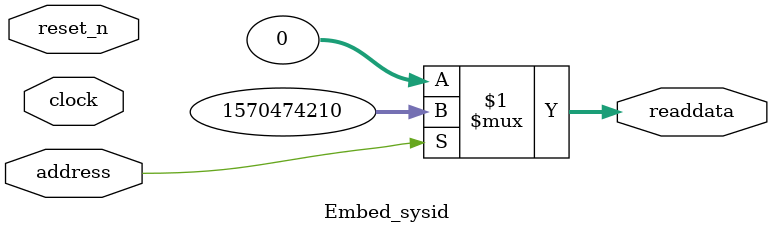
<source format=v>



// synthesis translate_off
`timescale 1ns / 1ps
// synthesis translate_on

// turn off superfluous verilog processor warnings 
// altera message_level Level1 
// altera message_off 10034 10035 10036 10037 10230 10240 10030 

module Embed_sysid (
               // inputs:
                address,
                clock,
                reset_n,

               // outputs:
                readdata
             )
;

  output  [ 31: 0] readdata;
  input            address;
  input            clock;
  input            reset_n;

  wire    [ 31: 0] readdata;
  //control_slave, which is an e_avalon_slave
  assign readdata = address ? 1570474210 : 0;

endmodule



</source>
